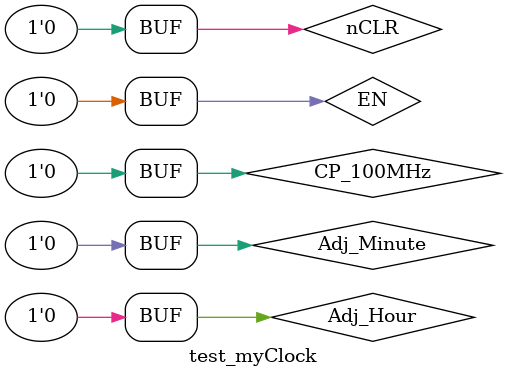
<source format=v>
`timescale 1ns / 1ps


module test_myClock;

	// Inputs
	reg CP_100MHz;
	reg nCLR;
	reg EN;
	reg Adj_Minute;
	reg Adj_Hour;

	// Outputs
	wire [7:0] AN;
	wire [6:0] C;
	wire DP;

	// Instantiate the Unit Under Test (UUT)
	myClock uut (
		.CP_100MHz(CP_100MHz), 
		.nCLR(nCLR), 
		.EN(EN), 
		.Adj_Minute(Adj_Minute), 
		.Adj_Hour(Adj_Hour), 
		.AN(AN), 
		.C(C), 
		.DP(DP)
	);

	initial begin
		// Initialize Inputs
		CP_100MHz = 0;
		nCLR = 0;
		EN = 0;
		Adj_Minute = 0;
		Adj_Hour = 0;

		// Wait 100 ns for global reset to finish
		#100;
        
		// Add stimulus here

	end
      
endmodule


</source>
